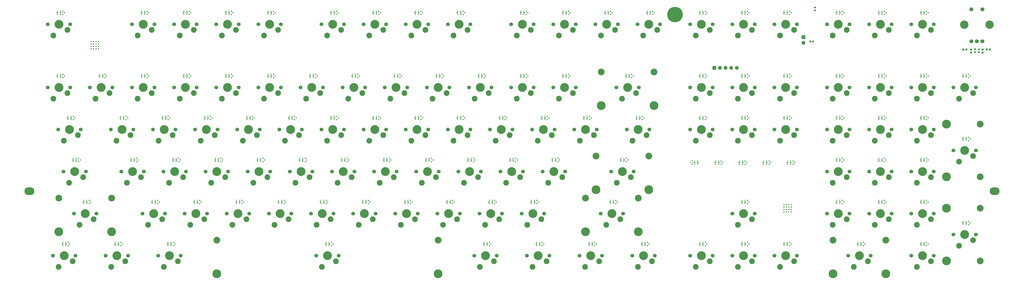
<source format=gbr>
%TF.GenerationSoftware,KiCad,Pcbnew,(5.1.8)-1*%
%TF.CreationDate,2021-04-07T21:25:26-04:00*%
%TF.ProjectId,694200101,36393432-3030-4313-9031-2e6b69636164,rev?*%
%TF.SameCoordinates,Original*%
%TF.FileFunction,Soldermask,Top*%
%TF.FilePolarity,Negative*%
%FSLAX46Y46*%
G04 Gerber Fmt 4.6, Leading zero omitted, Abs format (unit mm)*
G04 Created by KiCad (PCBNEW (5.1.8)-1) date 2021-04-07 21:25:26*
%MOMM*%
%LPD*%
G01*
G04 APERTURE LIST*
%ADD10C,0.550000*%
%ADD11C,3.786000*%
%ADD12C,1.800000*%
%ADD13C,0.558800*%
%ADD14R,0.700000X0.500000*%
%ADD15R,0.550000X0.400000*%
%ADD16C,2.600000*%
%ADD17C,4.000000*%
%ADD18C,1.700000*%
%ADD19O,1.700000X1.700000*%
%ADD20R,1.700000X1.700000*%
%ADD21C,3.987800*%
%ADD22C,3.048000*%
%ADD23C,7.000000*%
%ADD24C,3.900000*%
%ADD25O,4.500000X3.500000*%
%ADD26R,0.812132X0.708142*%
%ADD27R,0.758142X0.812132*%
%ADD28R,0.862132X0.690831*%
%ADD29R,0.930000X0.970000*%
%ADD30R,0.970000X0.930000*%
G04 APERTURE END LIST*
D10*
%TO.C,U6*%
X342351999Y-91212400D03*
X343451999Y-91212400D03*
X344551999Y-91212400D03*
X345651999Y-91212400D03*
X342351999Y-92312400D03*
X343451999Y-92312400D03*
X344551999Y-92312400D03*
X345651999Y-92312400D03*
X342351999Y-93412400D03*
X343451999Y-93412400D03*
X344551999Y-93412400D03*
X345651999Y-93412400D03*
X342351999Y-94512400D03*
X343451999Y-94512400D03*
X344551999Y-94512400D03*
X345651999Y-94512400D03*
%TD*%
%TO.C,U5*%
X32384000Y-17273000D03*
X32384000Y-18373000D03*
X32384000Y-19473000D03*
X32384000Y-20573000D03*
X31284000Y-17273000D03*
X31284000Y-18373000D03*
X31284000Y-19473000D03*
X31284000Y-20573000D03*
X30184000Y-17273000D03*
X30184000Y-18373000D03*
X30184000Y-19473000D03*
X30184000Y-20573000D03*
X29084000Y-17273000D03*
X29084000Y-18373000D03*
X29084000Y-19473000D03*
X29084000Y-20573000D03*
%TD*%
D11*
%TO.C,ENC1*%
X435305600Y-9724600D03*
X423905600Y-9724600D03*
D12*
X429605600Y-17224600D03*
X432105600Y-17224600D03*
X427105600Y-17224600D03*
X432105600Y-2724600D03*
X427105600Y-2724600D03*
%TD*%
D13*
%TO.C,D124*%
X68712500Y-71712000D03*
X69412500Y-70950000D03*
X68712500Y-70250000D03*
D14*
X66162500Y-70950000D03*
X67662500Y-70950000D03*
D15*
X66237500Y-71675000D03*
X67587500Y-71675000D03*
X66237500Y-70225000D03*
X67587500Y-70225000D03*
%TD*%
D13*
%TO.C,D220*%
X313964550Y-72962000D03*
X314664550Y-72200000D03*
X313964550Y-71500000D03*
D14*
X311414550Y-72200000D03*
X312914550Y-72200000D03*
D15*
X311489550Y-72925000D03*
X312839550Y-72925000D03*
X311489550Y-71475000D03*
X312839550Y-71475000D03*
%TD*%
D13*
%TO.C,D219*%
X406850000Y-5037000D03*
X407550000Y-4275000D03*
X406850000Y-3575000D03*
D14*
X404300000Y-4275000D03*
X405800000Y-4275000D03*
D15*
X404375000Y-5000000D03*
X405725000Y-5000000D03*
X404375000Y-3550000D03*
X405725000Y-3550000D03*
%TD*%
D13*
%TO.C,D218*%
X344937500Y-109812000D03*
X345637500Y-109050000D03*
X344937500Y-108350000D03*
D14*
X342387500Y-109050000D03*
X343887500Y-109050000D03*
D15*
X342462500Y-109775000D03*
X343812500Y-109775000D03*
X342462500Y-108325000D03*
X343812500Y-108325000D03*
%TD*%
D13*
%TO.C,D217*%
X300900000Y-71438000D03*
X300200000Y-72200000D03*
X300900000Y-72900000D03*
D14*
X303450000Y-72200000D03*
X301950000Y-72200000D03*
D15*
X303375000Y-71475000D03*
X302025000Y-71475000D03*
X303375000Y-72925000D03*
X302025000Y-72925000D03*
%TD*%
D13*
%TO.C,D216*%
X324809699Y-72962000D03*
X325509699Y-72200000D03*
X324809699Y-71500000D03*
D14*
X322259699Y-72200000D03*
X323759699Y-72200000D03*
D15*
X322334699Y-72925000D03*
X323684699Y-72925000D03*
X322334699Y-71475000D03*
X323684699Y-71475000D03*
%TD*%
D13*
%TO.C,D215*%
X387800000Y-5037000D03*
X388500000Y-4275000D03*
X387800000Y-3575000D03*
D14*
X385250000Y-4275000D03*
X386750000Y-4275000D03*
D15*
X385325000Y-5000000D03*
X386675000Y-5000000D03*
X385325000Y-3550000D03*
X386675000Y-3550000D03*
%TD*%
D13*
%TO.C,D214*%
X325887500Y-109812000D03*
X326587500Y-109050000D03*
X325887500Y-108350000D03*
D14*
X323337500Y-109050000D03*
X324837500Y-109050000D03*
D15*
X323412500Y-109775000D03*
X324762500Y-109775000D03*
X323412500Y-108325000D03*
X324762500Y-108325000D03*
%TD*%
D13*
%TO.C,D213*%
X325887500Y-90762000D03*
X326587500Y-90000000D03*
X325887500Y-89300000D03*
D14*
X323337500Y-90000000D03*
X324837500Y-90000000D03*
D15*
X323412500Y-90725000D03*
X324762500Y-90725000D03*
X323412500Y-89275000D03*
X324762500Y-89275000D03*
%TD*%
D13*
%TO.C,D212*%
X335654848Y-72962000D03*
X336354848Y-72200000D03*
X335654848Y-71500000D03*
D14*
X333104848Y-72200000D03*
X334604848Y-72200000D03*
D15*
X333179848Y-72925000D03*
X334529848Y-72925000D03*
X333179848Y-71475000D03*
X334529848Y-71475000D03*
%TD*%
D13*
%TO.C,D211*%
X368750000Y-5037000D03*
X369450000Y-4275000D03*
X368750000Y-3575000D03*
D14*
X366200000Y-4275000D03*
X367700000Y-4275000D03*
D15*
X366275000Y-5000000D03*
X367625000Y-5000000D03*
X366275000Y-3550000D03*
X367625000Y-3550000D03*
%TD*%
D13*
%TO.C,D210*%
X306837500Y-109812000D03*
X307537500Y-109050000D03*
X306837500Y-108350000D03*
D14*
X304287500Y-109050000D03*
X305787500Y-109050000D03*
D15*
X304362500Y-109775000D03*
X305712500Y-109775000D03*
X304362500Y-108325000D03*
X305712500Y-108325000D03*
%TD*%
D13*
%TO.C,D209*%
X266356250Y-90762000D03*
X267056250Y-90000000D03*
X266356250Y-89300000D03*
D14*
X263806250Y-90000000D03*
X265306250Y-90000000D03*
D15*
X263881250Y-90725000D03*
X265231250Y-90725000D03*
X263881250Y-89275000D03*
X265231250Y-89275000D03*
%TD*%
D13*
%TO.C,D208*%
X346500000Y-72962000D03*
X347200000Y-72200000D03*
X346500000Y-71500000D03*
D14*
X343950000Y-72200000D03*
X345450000Y-72200000D03*
D15*
X344025000Y-72925000D03*
X345375000Y-72925000D03*
X344025000Y-71475000D03*
X345375000Y-71475000D03*
%TD*%
D13*
%TO.C,D207*%
X368750000Y-33612000D03*
X369450000Y-32850000D03*
X368750000Y-32150000D03*
D14*
X366200000Y-32850000D03*
X367700000Y-32850000D03*
D15*
X366275000Y-33575000D03*
X367625000Y-33575000D03*
X366275000Y-32125000D03*
X367625000Y-32125000D03*
%TD*%
D13*
%TO.C,D206*%
X280643750Y-109812000D03*
X281343750Y-109050000D03*
X280643750Y-108350000D03*
D14*
X278093750Y-109050000D03*
X279593750Y-109050000D03*
D15*
X278168750Y-109775000D03*
X279518750Y-109775000D03*
X278168750Y-108325000D03*
X279518750Y-108325000D03*
%TD*%
D13*
%TO.C,D205*%
X230637500Y-90762000D03*
X231337500Y-90000000D03*
X230637500Y-89300000D03*
D14*
X228087500Y-90000000D03*
X229587500Y-90000000D03*
D15*
X228162500Y-90725000D03*
X229512500Y-90725000D03*
X228162500Y-89275000D03*
X229512500Y-89275000D03*
%TD*%
D13*
%TO.C,D204*%
X425900000Y-33612000D03*
X426600000Y-32850000D03*
X425900000Y-32150000D03*
D14*
X423350000Y-32850000D03*
X424850000Y-32850000D03*
D15*
X423425000Y-33575000D03*
X424775000Y-33575000D03*
X423425000Y-32125000D03*
X424775000Y-32125000D03*
%TD*%
D13*
%TO.C,D203*%
X387800000Y-33612000D03*
X388500000Y-32850000D03*
X387800000Y-32150000D03*
D14*
X385250000Y-32850000D03*
X386750000Y-32850000D03*
D15*
X385325000Y-33575000D03*
X386675000Y-33575000D03*
X385325000Y-32125000D03*
X386675000Y-32125000D03*
%TD*%
D13*
%TO.C,D202*%
X256831250Y-109812000D03*
X257531250Y-109050000D03*
X256831250Y-108350000D03*
D14*
X254281250Y-109050000D03*
X255781250Y-109050000D03*
D15*
X254356250Y-109775000D03*
X255706250Y-109775000D03*
X254356250Y-108325000D03*
X255706250Y-108325000D03*
%TD*%
D13*
%TO.C,D201*%
X211587500Y-90762000D03*
X212287500Y-90000000D03*
X211587500Y-89300000D03*
D14*
X209037500Y-90000000D03*
X210537500Y-90000000D03*
D15*
X209112500Y-90725000D03*
X210462500Y-90725000D03*
X209112500Y-89275000D03*
X210462500Y-89275000D03*
%TD*%
D13*
%TO.C,D200*%
X378275000Y-109812000D03*
X378975000Y-109050000D03*
X378275000Y-108350000D03*
D14*
X375725000Y-109050000D03*
X377225000Y-109050000D03*
D15*
X375800000Y-109775000D03*
X377150000Y-109775000D03*
X375800000Y-108325000D03*
X377150000Y-108325000D03*
%TD*%
D13*
%TO.C,D199*%
X368750000Y-52662000D03*
X369450000Y-51900000D03*
X368750000Y-51200000D03*
D14*
X366200000Y-51900000D03*
X367700000Y-51900000D03*
D15*
X366275000Y-52625000D03*
X367625000Y-52625000D03*
X366275000Y-51175000D03*
X367625000Y-51175000D03*
%TD*%
D13*
%TO.C,D198*%
X233018750Y-109812000D03*
X233718750Y-109050000D03*
X233018750Y-108350000D03*
D14*
X230468750Y-109050000D03*
X231968750Y-109050000D03*
D15*
X230543750Y-109775000D03*
X231893750Y-109775000D03*
X230543750Y-108325000D03*
X231893750Y-108325000D03*
%TD*%
D13*
%TO.C,D197*%
X192537500Y-90762000D03*
X193237500Y-90000000D03*
X192537500Y-89300000D03*
D14*
X189987500Y-90000000D03*
X191487500Y-90000000D03*
D15*
X190062500Y-90725000D03*
X191412500Y-90725000D03*
X190062500Y-89275000D03*
X191412500Y-89275000D03*
%TD*%
D13*
%TO.C,D196*%
X425900000Y-62187000D03*
X426600000Y-61425000D03*
X425900000Y-60725000D03*
D14*
X423350000Y-61425000D03*
X424850000Y-61425000D03*
D15*
X423425000Y-62150000D03*
X424775000Y-62150000D03*
X423425000Y-60700000D03*
X424775000Y-60700000D03*
%TD*%
D13*
%TO.C,D195*%
X406850000Y-52662000D03*
X407550000Y-51900000D03*
X406850000Y-51200000D03*
D14*
X404300000Y-51900000D03*
X405800000Y-51900000D03*
D15*
X404375000Y-52625000D03*
X405725000Y-52625000D03*
X404375000Y-51175000D03*
X405725000Y-51175000D03*
%TD*%
D13*
%TO.C,D194*%
X209206250Y-109812000D03*
X209906250Y-109050000D03*
X209206250Y-108350000D03*
D14*
X206656250Y-109050000D03*
X208156250Y-109050000D03*
D15*
X206731250Y-109775000D03*
X208081250Y-109775000D03*
X206731250Y-108325000D03*
X208081250Y-108325000D03*
%TD*%
D13*
%TO.C,D193*%
X173487500Y-90762000D03*
X174187500Y-90000000D03*
X173487500Y-89300000D03*
D14*
X170937500Y-90000000D03*
X172437500Y-90000000D03*
D15*
X171012500Y-90725000D03*
X172362500Y-90725000D03*
X171012500Y-89275000D03*
X172362500Y-89275000D03*
%TD*%
D13*
%TO.C,D192*%
X425900000Y-100287000D03*
X426600000Y-99525000D03*
X425900000Y-98825000D03*
D14*
X423350000Y-99525000D03*
X424850000Y-99525000D03*
D15*
X423425000Y-100250000D03*
X424775000Y-100250000D03*
X423425000Y-98800000D03*
X424775000Y-98800000D03*
%TD*%
D13*
%TO.C,D191*%
X387800000Y-52662000D03*
X388500000Y-51900000D03*
X387800000Y-51200000D03*
D14*
X385250000Y-51900000D03*
X386750000Y-51900000D03*
D15*
X385325000Y-52625000D03*
X386675000Y-52625000D03*
X385325000Y-51175000D03*
X386675000Y-51175000D03*
%TD*%
D13*
%TO.C,D190*%
X137768750Y-109812000D03*
X138468750Y-109050000D03*
X137768750Y-108350000D03*
D14*
X135218750Y-109050000D03*
X136718750Y-109050000D03*
D15*
X135293750Y-109775000D03*
X136643750Y-109775000D03*
X135293750Y-108325000D03*
X136643750Y-108325000D03*
%TD*%
D13*
%TO.C,D189*%
X154437500Y-90762000D03*
X155137500Y-90000000D03*
X154437500Y-89300000D03*
D14*
X151887500Y-90000000D03*
X153387500Y-90000000D03*
D15*
X151962500Y-90725000D03*
X153312500Y-90725000D03*
X151962500Y-89275000D03*
X153312500Y-89275000D03*
%TD*%
D13*
%TO.C,D188*%
X406850000Y-109812000D03*
X407550000Y-109050000D03*
X406850000Y-108350000D03*
D14*
X404300000Y-109050000D03*
X405800000Y-109050000D03*
D15*
X404375000Y-109775000D03*
X405725000Y-109775000D03*
X404375000Y-108325000D03*
X405725000Y-108325000D03*
%TD*%
D13*
%TO.C,D187*%
X406850000Y-33612000D03*
X407550000Y-32850000D03*
X406850000Y-32150000D03*
D14*
X404300000Y-32850000D03*
X405800000Y-32850000D03*
D15*
X404375000Y-33575000D03*
X405725000Y-33575000D03*
X404375000Y-32125000D03*
X405725000Y-32125000D03*
%TD*%
D13*
%TO.C,D186*%
X116337500Y-90762000D03*
X117037500Y-90000000D03*
X116337500Y-89300000D03*
D14*
X113787500Y-90000000D03*
X115287500Y-90000000D03*
D15*
X113862500Y-90725000D03*
X115212500Y-90725000D03*
X113862500Y-89275000D03*
X115212500Y-89275000D03*
%TD*%
D13*
%TO.C,D185*%
X135387500Y-90762000D03*
X136087500Y-90000000D03*
X135387500Y-89300000D03*
D14*
X132837500Y-90000000D03*
X134337500Y-90000000D03*
D15*
X132912500Y-90725000D03*
X134262500Y-90725000D03*
X132912500Y-89275000D03*
X134262500Y-89275000D03*
%TD*%
D13*
%TO.C,D184*%
X406850000Y-90762000D03*
X407550000Y-90000000D03*
X406850000Y-89300000D03*
D14*
X404300000Y-90000000D03*
X405800000Y-90000000D03*
D15*
X404375000Y-90725000D03*
X405725000Y-90725000D03*
X404375000Y-89275000D03*
X405725000Y-89275000D03*
%TD*%
D13*
%TO.C,D183*%
X406850000Y-71712000D03*
X407550000Y-70950000D03*
X406850000Y-70250000D03*
D14*
X404300000Y-70950000D03*
X405800000Y-70950000D03*
D15*
X404375000Y-71675000D03*
X405725000Y-71675000D03*
X404375000Y-70225000D03*
X405725000Y-70225000D03*
%TD*%
D13*
%TO.C,D182*%
X66331250Y-109812000D03*
X67031250Y-109050000D03*
X66331250Y-108350000D03*
D14*
X63781250Y-109050000D03*
X65281250Y-109050000D03*
D15*
X63856250Y-109775000D03*
X65206250Y-109775000D03*
X63856250Y-108325000D03*
X65206250Y-108325000D03*
%TD*%
D13*
%TO.C,D181*%
X97287500Y-90762000D03*
X97987500Y-90000000D03*
X97287500Y-89300000D03*
D14*
X94737500Y-90000000D03*
X96237500Y-90000000D03*
D15*
X94812500Y-90725000D03*
X96162500Y-90725000D03*
X94812500Y-89275000D03*
X96162500Y-89275000D03*
%TD*%
D13*
%TO.C,D180*%
X387800000Y-90762000D03*
X388500000Y-90000000D03*
X387800000Y-89300000D03*
D14*
X385250000Y-90000000D03*
X386750000Y-90000000D03*
D15*
X385325000Y-90725000D03*
X386675000Y-90725000D03*
X385325000Y-89275000D03*
X386675000Y-89275000D03*
%TD*%
D13*
%TO.C,D179*%
X387800000Y-71712000D03*
X388500000Y-70950000D03*
X387800000Y-70250000D03*
D14*
X385250000Y-70950000D03*
X386750000Y-70950000D03*
D15*
X385325000Y-71675000D03*
X386675000Y-71675000D03*
X385325000Y-70225000D03*
X386675000Y-70225000D03*
%TD*%
D13*
%TO.C,D178*%
X42518750Y-109812000D03*
X43218750Y-109050000D03*
X42518750Y-108350000D03*
D14*
X39968750Y-109050000D03*
X41468750Y-109050000D03*
D15*
X40043750Y-109775000D03*
X41393750Y-109775000D03*
X40043750Y-108325000D03*
X41393750Y-108325000D03*
%TD*%
D13*
%TO.C,D177*%
X78237500Y-90762000D03*
X78937500Y-90000000D03*
X78237500Y-89300000D03*
D14*
X75687500Y-90000000D03*
X77187500Y-90000000D03*
D15*
X75762500Y-90725000D03*
X77112500Y-90725000D03*
X75762500Y-89275000D03*
X77112500Y-89275000D03*
%TD*%
D13*
%TO.C,D176*%
X368750000Y-90762000D03*
X369450000Y-90000000D03*
X368750000Y-89300000D03*
D14*
X366200000Y-90000000D03*
X367700000Y-90000000D03*
D15*
X366275000Y-90725000D03*
X367625000Y-90725000D03*
X366275000Y-89275000D03*
X367625000Y-89275000D03*
%TD*%
D13*
%TO.C,D175*%
X368750000Y-71712000D03*
X369450000Y-70950000D03*
X368750000Y-70250000D03*
D14*
X366200000Y-70950000D03*
X367700000Y-70950000D03*
D15*
X366275000Y-71675000D03*
X367625000Y-71675000D03*
X366275000Y-70225000D03*
X367625000Y-70225000D03*
%TD*%
D13*
%TO.C,D174*%
X18706250Y-109812000D03*
X19406250Y-109050000D03*
X18706250Y-108350000D03*
D14*
X16156250Y-109050000D03*
X17656250Y-109050000D03*
D15*
X16231250Y-109775000D03*
X17581250Y-109775000D03*
X16231250Y-108325000D03*
X17581250Y-108325000D03*
%TD*%
D13*
%TO.C,D173*%
X59187500Y-90762000D03*
X59887500Y-90000000D03*
X59187500Y-89300000D03*
D14*
X56637500Y-90000000D03*
X58137500Y-90000000D03*
D15*
X56712500Y-90725000D03*
X58062500Y-90725000D03*
X56712500Y-89275000D03*
X58062500Y-89275000D03*
%TD*%
D13*
%TO.C,D172*%
X344937500Y-33612000D03*
X345637500Y-32850000D03*
X344937500Y-32150000D03*
D14*
X342387500Y-32850000D03*
X343887500Y-32850000D03*
D15*
X342462500Y-33575000D03*
X343812500Y-33575000D03*
X342462500Y-32125000D03*
X343812500Y-32125000D03*
%TD*%
D13*
%TO.C,D171*%
X325887500Y-52662000D03*
X326587500Y-51900000D03*
X325887500Y-51200000D03*
D14*
X323337500Y-51900000D03*
X324837500Y-51900000D03*
D15*
X323412500Y-52625000D03*
X324762500Y-52625000D03*
X323412500Y-51175000D03*
X324762500Y-51175000D03*
%TD*%
D13*
%TO.C,D170*%
X325887500Y-33612000D03*
X326587500Y-32850000D03*
X325887500Y-32150000D03*
D14*
X323337500Y-32850000D03*
X324837500Y-32850000D03*
D15*
X323412500Y-33575000D03*
X324762500Y-33575000D03*
X323412500Y-32125000D03*
X324762500Y-32125000D03*
%TD*%
D13*
%TO.C,D169*%
X344937500Y-5037000D03*
X345637500Y-4275000D03*
X344937500Y-3575000D03*
D14*
X342387500Y-4275000D03*
X343887500Y-4275000D03*
D15*
X342462500Y-5000000D03*
X343812500Y-5000000D03*
X342462500Y-3550000D03*
X343812500Y-3550000D03*
%TD*%
D13*
%TO.C,D168*%
X344937500Y-52662000D03*
X345637500Y-51900000D03*
X344937500Y-51200000D03*
D14*
X342387500Y-51900000D03*
X343887500Y-51900000D03*
D15*
X342462500Y-52625000D03*
X343812500Y-52625000D03*
X342462500Y-51175000D03*
X343812500Y-51175000D03*
%TD*%
D13*
%TO.C,D167*%
X306837500Y-52662000D03*
X307537500Y-51900000D03*
X306837500Y-51200000D03*
D14*
X304287500Y-51900000D03*
X305787500Y-51900000D03*
D15*
X304362500Y-52625000D03*
X305712500Y-52625000D03*
X304362500Y-51175000D03*
X305712500Y-51175000D03*
%TD*%
D13*
%TO.C,D166*%
X306837500Y-33612000D03*
X307537500Y-32850000D03*
X306837500Y-32150000D03*
D14*
X304287500Y-32850000D03*
X305787500Y-32850000D03*
D15*
X304362500Y-33575000D03*
X305712500Y-33575000D03*
X304362500Y-32125000D03*
X305712500Y-32125000D03*
%TD*%
D13*
%TO.C,D165*%
X325887500Y-5037000D03*
X326587500Y-4275000D03*
X325887500Y-3575000D03*
D14*
X323337500Y-4275000D03*
X324837500Y-4275000D03*
D15*
X323412500Y-5000000D03*
X324762500Y-5000000D03*
X323412500Y-3550000D03*
X324762500Y-3550000D03*
%TD*%
D13*
%TO.C,D164*%
X271118750Y-71712000D03*
X271818750Y-70950000D03*
X271118750Y-70250000D03*
D14*
X268568750Y-70950000D03*
X270068750Y-70950000D03*
D15*
X268643750Y-71675000D03*
X269993750Y-71675000D03*
X268643750Y-70225000D03*
X269993750Y-70225000D03*
%TD*%
D13*
%TO.C,D163*%
X278262500Y-52662000D03*
X278962500Y-51900000D03*
X278262500Y-51200000D03*
D14*
X275712500Y-51900000D03*
X277212500Y-51900000D03*
D15*
X275787500Y-52625000D03*
X277137500Y-52625000D03*
X275787500Y-51175000D03*
X277137500Y-51175000D03*
%TD*%
D13*
%TO.C,D162*%
X273500000Y-33612000D03*
X274200000Y-32850000D03*
X273500000Y-32150000D03*
D14*
X270950000Y-32850000D03*
X272450000Y-32850000D03*
D15*
X271025000Y-33575000D03*
X272375000Y-33575000D03*
X271025000Y-32125000D03*
X272375000Y-32125000D03*
%TD*%
D13*
%TO.C,D161*%
X306837500Y-5037000D03*
X307537500Y-4275000D03*
X306837500Y-3575000D03*
D14*
X304287500Y-4275000D03*
X305787500Y-4275000D03*
D15*
X304362500Y-5000000D03*
X305712500Y-5000000D03*
X304362500Y-3550000D03*
X305712500Y-3550000D03*
%TD*%
D13*
%TO.C,D160*%
X240162500Y-71712000D03*
X240862500Y-70950000D03*
X240162500Y-70250000D03*
D14*
X237612500Y-70950000D03*
X239112500Y-70950000D03*
D15*
X237687500Y-71675000D03*
X239037500Y-71675000D03*
X237687500Y-70225000D03*
X239037500Y-70225000D03*
%TD*%
D13*
%TO.C,D159*%
X254450000Y-52662000D03*
X255150000Y-51900000D03*
X254450000Y-51200000D03*
D14*
X251900000Y-51900000D03*
X253400000Y-51900000D03*
D15*
X251975000Y-52625000D03*
X253325000Y-52625000D03*
X251975000Y-51175000D03*
X253325000Y-51175000D03*
%TD*%
D13*
%TO.C,D158*%
X244925000Y-33612000D03*
X245625000Y-32850000D03*
X244925000Y-32150000D03*
D14*
X242375000Y-32850000D03*
X243875000Y-32850000D03*
D15*
X242450000Y-33575000D03*
X243800000Y-33575000D03*
X242450000Y-32125000D03*
X243800000Y-32125000D03*
%TD*%
D13*
%TO.C,D157*%
X283025000Y-5037000D03*
X283725000Y-4275000D03*
X283025000Y-3575000D03*
D14*
X280475000Y-4275000D03*
X281975000Y-4275000D03*
D15*
X280550000Y-5000000D03*
X281900000Y-5000000D03*
X280550000Y-3550000D03*
X281900000Y-3550000D03*
%TD*%
D13*
%TO.C,D156*%
X221112500Y-71712000D03*
X221812500Y-70950000D03*
X221112500Y-70250000D03*
D14*
X218562500Y-70950000D03*
X220062500Y-70950000D03*
D15*
X218637500Y-71675000D03*
X219987500Y-71675000D03*
X218637500Y-70225000D03*
X219987500Y-70225000D03*
%TD*%
D13*
%TO.C,D155*%
X235400000Y-52662000D03*
X236100000Y-51900000D03*
X235400000Y-51200000D03*
D14*
X232850000Y-51900000D03*
X234350000Y-51900000D03*
D15*
X232925000Y-52625000D03*
X234275000Y-52625000D03*
X232925000Y-51175000D03*
X234275000Y-51175000D03*
%TD*%
D13*
%TO.C,D154*%
X225875000Y-33612000D03*
X226575000Y-32850000D03*
X225875000Y-32150000D03*
D14*
X223325000Y-32850000D03*
X224825000Y-32850000D03*
D15*
X223400000Y-33575000D03*
X224750000Y-33575000D03*
X223400000Y-32125000D03*
X224750000Y-32125000D03*
%TD*%
D13*
%TO.C,D153*%
X263975000Y-5037000D03*
X264675000Y-4275000D03*
X263975000Y-3575000D03*
D14*
X261425000Y-4275000D03*
X262925000Y-4275000D03*
D15*
X261500000Y-5000000D03*
X262850000Y-5000000D03*
X261500000Y-3550000D03*
X262850000Y-3550000D03*
%TD*%
D13*
%TO.C,D152*%
X202062500Y-71712000D03*
X202762500Y-70950000D03*
X202062500Y-70250000D03*
D14*
X199512500Y-70950000D03*
X201012500Y-70950000D03*
D15*
X199587500Y-71675000D03*
X200937500Y-71675000D03*
X199587500Y-70225000D03*
X200937500Y-70225000D03*
%TD*%
D13*
%TO.C,D151*%
X216350000Y-52662000D03*
X217050000Y-51900000D03*
X216350000Y-51200000D03*
D14*
X213800000Y-51900000D03*
X215300000Y-51900000D03*
D15*
X213875000Y-52625000D03*
X215225000Y-52625000D03*
X213875000Y-51175000D03*
X215225000Y-51175000D03*
%TD*%
D13*
%TO.C,D150*%
X206825000Y-33612000D03*
X207525000Y-32850000D03*
X206825000Y-32150000D03*
D14*
X204275000Y-32850000D03*
X205775000Y-32850000D03*
D15*
X204350000Y-33575000D03*
X205700000Y-33575000D03*
X204350000Y-32125000D03*
X205700000Y-32125000D03*
%TD*%
D13*
%TO.C,D149*%
X244925000Y-5037000D03*
X245625000Y-4275000D03*
X244925000Y-3575000D03*
D14*
X242375000Y-4275000D03*
X243875000Y-4275000D03*
D15*
X242450000Y-5000000D03*
X243800000Y-5000000D03*
X242450000Y-3550000D03*
X243800000Y-3550000D03*
%TD*%
D13*
%TO.C,D148*%
X183012500Y-71712000D03*
X183712500Y-70950000D03*
X183012500Y-70250000D03*
D14*
X180462500Y-70950000D03*
X181962500Y-70950000D03*
D15*
X180537500Y-71675000D03*
X181887500Y-71675000D03*
X180537500Y-70225000D03*
X181887500Y-70225000D03*
%TD*%
D13*
%TO.C,D147*%
X197300000Y-52662000D03*
X198000000Y-51900000D03*
X197300000Y-51200000D03*
D14*
X194750000Y-51900000D03*
X196250000Y-51900000D03*
D15*
X194825000Y-52625000D03*
X196175000Y-52625000D03*
X194825000Y-51175000D03*
X196175000Y-51175000D03*
%TD*%
D13*
%TO.C,D146*%
X187775000Y-33612000D03*
X188475000Y-32850000D03*
X187775000Y-32150000D03*
D14*
X185225000Y-32850000D03*
X186725000Y-32850000D03*
D15*
X185300000Y-33575000D03*
X186650000Y-33575000D03*
X185300000Y-32125000D03*
X186650000Y-32125000D03*
%TD*%
D13*
%TO.C,D145*%
X225875000Y-5037000D03*
X226575000Y-4275000D03*
X225875000Y-3575000D03*
D14*
X223325000Y-4275000D03*
X224825000Y-4275000D03*
D15*
X223400000Y-5000000D03*
X224750000Y-5000000D03*
X223400000Y-3550000D03*
X224750000Y-3550000D03*
%TD*%
D13*
%TO.C,D144*%
X163962500Y-71712000D03*
X164662500Y-70950000D03*
X163962500Y-70250000D03*
D14*
X161412500Y-70950000D03*
X162912500Y-70950000D03*
D15*
X161487500Y-71675000D03*
X162837500Y-71675000D03*
X161487500Y-70225000D03*
X162837500Y-70225000D03*
%TD*%
D13*
%TO.C,D143*%
X178250000Y-52662000D03*
X178950000Y-51900000D03*
X178250000Y-51200000D03*
D14*
X175700000Y-51900000D03*
X177200000Y-51900000D03*
D15*
X175775000Y-52625000D03*
X177125000Y-52625000D03*
X175775000Y-51175000D03*
X177125000Y-51175000D03*
%TD*%
D13*
%TO.C,D142*%
X168725000Y-33612000D03*
X169425000Y-32850000D03*
X168725000Y-32150000D03*
D14*
X166175000Y-32850000D03*
X167675000Y-32850000D03*
D15*
X166250000Y-33575000D03*
X167600000Y-33575000D03*
X166250000Y-32125000D03*
X167600000Y-32125000D03*
%TD*%
D13*
%TO.C,D141*%
X197300000Y-5037000D03*
X198000000Y-4275000D03*
X197300000Y-3575000D03*
D14*
X194750000Y-4275000D03*
X196250000Y-4275000D03*
D15*
X194825000Y-5000000D03*
X196175000Y-5000000D03*
X194825000Y-3550000D03*
X196175000Y-3550000D03*
%TD*%
D13*
%TO.C,D140*%
X144912500Y-71712000D03*
X145612500Y-70950000D03*
X144912500Y-70250000D03*
D14*
X142362500Y-70950000D03*
X143862500Y-70950000D03*
D15*
X142437500Y-71675000D03*
X143787500Y-71675000D03*
X142437500Y-70225000D03*
X143787500Y-70225000D03*
%TD*%
D13*
%TO.C,D139*%
X159200000Y-52662000D03*
X159900000Y-51900000D03*
X159200000Y-51200000D03*
D14*
X156650000Y-51900000D03*
X158150000Y-51900000D03*
D15*
X156725000Y-52625000D03*
X158075000Y-52625000D03*
X156725000Y-51175000D03*
X158075000Y-51175000D03*
%TD*%
D13*
%TO.C,D138*%
X149675000Y-33612000D03*
X150375000Y-32850000D03*
X149675000Y-32150000D03*
D14*
X147125000Y-32850000D03*
X148625000Y-32850000D03*
D15*
X147200000Y-33575000D03*
X148550000Y-33575000D03*
X147200000Y-32125000D03*
X148550000Y-32125000D03*
%TD*%
D13*
%TO.C,D137*%
X178250000Y-5037000D03*
X178950000Y-4275000D03*
X178250000Y-3575000D03*
D14*
X175700000Y-4275000D03*
X177200000Y-4275000D03*
D15*
X175775000Y-5000000D03*
X177125000Y-5000000D03*
X175775000Y-3550000D03*
X177125000Y-3550000D03*
%TD*%
D13*
%TO.C,D136*%
X125862500Y-71712000D03*
X126562500Y-70950000D03*
X125862500Y-70250000D03*
D14*
X123312500Y-70950000D03*
X124812500Y-70950000D03*
D15*
X123387500Y-71675000D03*
X124737500Y-71675000D03*
X123387500Y-70225000D03*
X124737500Y-70225000D03*
%TD*%
D13*
%TO.C,D135*%
X140150000Y-52662000D03*
X140850000Y-51900000D03*
X140150000Y-51200000D03*
D14*
X137600000Y-51900000D03*
X139100000Y-51900000D03*
D15*
X137675000Y-52625000D03*
X139025000Y-52625000D03*
X137675000Y-51175000D03*
X139025000Y-51175000D03*
%TD*%
D13*
%TO.C,D134*%
X130625000Y-33612000D03*
X131325000Y-32850000D03*
X130625000Y-32150000D03*
D14*
X128075000Y-32850000D03*
X129575000Y-32850000D03*
D15*
X128150000Y-33575000D03*
X129500000Y-33575000D03*
X128150000Y-32125000D03*
X129500000Y-32125000D03*
%TD*%
D13*
%TO.C,D133*%
X159200000Y-5037000D03*
X159900000Y-4275000D03*
X159200000Y-3575000D03*
D14*
X156650000Y-4275000D03*
X158150000Y-4275000D03*
D15*
X156725000Y-5000000D03*
X158075000Y-5000000D03*
X156725000Y-3550000D03*
X158075000Y-3550000D03*
%TD*%
D13*
%TO.C,D132*%
X106812500Y-71712000D03*
X107512500Y-70950000D03*
X106812500Y-70250000D03*
D14*
X104262500Y-70950000D03*
X105762500Y-70950000D03*
D15*
X104337500Y-71675000D03*
X105687500Y-71675000D03*
X104337500Y-70225000D03*
X105687500Y-70225000D03*
%TD*%
D13*
%TO.C,D131*%
X121100000Y-52662000D03*
X121800000Y-51900000D03*
X121100000Y-51200000D03*
D14*
X118550000Y-51900000D03*
X120050000Y-51900000D03*
D15*
X118625000Y-52625000D03*
X119975000Y-52625000D03*
X118625000Y-51175000D03*
X119975000Y-51175000D03*
%TD*%
D13*
%TO.C,D130*%
X111575000Y-33612000D03*
X112275000Y-32850000D03*
X111575000Y-32150000D03*
D14*
X109025000Y-32850000D03*
X110525000Y-32850000D03*
D15*
X109100000Y-33575000D03*
X110450000Y-33575000D03*
X109100000Y-32125000D03*
X110450000Y-32125000D03*
%TD*%
D13*
%TO.C,D129*%
X140150000Y-5037000D03*
X140850000Y-4275000D03*
X140150000Y-3575000D03*
D14*
X137600000Y-4275000D03*
X139100000Y-4275000D03*
D15*
X137675000Y-5000000D03*
X139025000Y-5000000D03*
X137675000Y-3550000D03*
X139025000Y-3550000D03*
%TD*%
D13*
%TO.C,D128*%
X87762500Y-71712000D03*
X88462500Y-70950000D03*
X87762500Y-70250000D03*
D14*
X85212500Y-70950000D03*
X86712500Y-70950000D03*
D15*
X85287500Y-71675000D03*
X86637500Y-71675000D03*
X85287500Y-70225000D03*
X86637500Y-70225000D03*
%TD*%
D13*
%TO.C,D127*%
X102050000Y-52662000D03*
X102750000Y-51900000D03*
X102050000Y-51200000D03*
D14*
X99500000Y-51900000D03*
X101000000Y-51900000D03*
D15*
X99575000Y-52625000D03*
X100925000Y-52625000D03*
X99575000Y-51175000D03*
X100925000Y-51175000D03*
%TD*%
D13*
%TO.C,D126*%
X92525000Y-33612000D03*
X93225000Y-32850000D03*
X92525000Y-32150000D03*
D14*
X89975000Y-32850000D03*
X91475000Y-32850000D03*
D15*
X90050000Y-33575000D03*
X91400000Y-33575000D03*
X90050000Y-32125000D03*
X91400000Y-32125000D03*
%TD*%
D13*
%TO.C,D125*%
X111575000Y-5037000D03*
X112275000Y-4275000D03*
X111575000Y-3575000D03*
D14*
X109025000Y-4275000D03*
X110525000Y-4275000D03*
D15*
X109100000Y-5000000D03*
X110450000Y-5000000D03*
X109100000Y-3550000D03*
X110450000Y-3550000D03*
%TD*%
D13*
%TO.C,D123*%
X83000000Y-52662000D03*
X83700000Y-51900000D03*
X83000000Y-51200000D03*
D14*
X80450000Y-51900000D03*
X81950000Y-51900000D03*
D15*
X80525000Y-52625000D03*
X81875000Y-52625000D03*
X80525000Y-51175000D03*
X81875000Y-51175000D03*
%TD*%
D13*
%TO.C,D122*%
X73475000Y-33612000D03*
X74175000Y-32850000D03*
X73475000Y-32150000D03*
D14*
X70925000Y-32850000D03*
X72425000Y-32850000D03*
D15*
X71000000Y-33575000D03*
X72350000Y-33575000D03*
X71000000Y-32125000D03*
X72350000Y-32125000D03*
%TD*%
D13*
%TO.C,D121*%
X92525000Y-5037000D03*
X93225000Y-4275000D03*
X92525000Y-3575000D03*
D14*
X89975000Y-4275000D03*
X91475000Y-4275000D03*
D15*
X90050000Y-5000000D03*
X91400000Y-5000000D03*
X90050000Y-3550000D03*
X91400000Y-3550000D03*
%TD*%
D13*
%TO.C,D120*%
X49662500Y-71712000D03*
X50362500Y-70950000D03*
X49662500Y-70250000D03*
D14*
X47112500Y-70950000D03*
X48612500Y-70950000D03*
D15*
X47187500Y-71675000D03*
X48537500Y-71675000D03*
X47187500Y-70225000D03*
X48537500Y-70225000D03*
%TD*%
D13*
%TO.C,D119*%
X63950000Y-52662000D03*
X64650000Y-51900000D03*
X63950000Y-51200000D03*
D14*
X61400000Y-51900000D03*
X62900000Y-51900000D03*
D15*
X61475000Y-52625000D03*
X62825000Y-52625000D03*
X61475000Y-51175000D03*
X62825000Y-51175000D03*
%TD*%
D13*
%TO.C,D118*%
X54425000Y-33612000D03*
X55125000Y-32850000D03*
X54425000Y-32150000D03*
D14*
X51875000Y-32850000D03*
X53375000Y-32850000D03*
D15*
X51950000Y-33575000D03*
X53300000Y-33575000D03*
X51950000Y-32125000D03*
X53300000Y-32125000D03*
%TD*%
D13*
%TO.C,D117*%
X73475000Y-5037000D03*
X74175000Y-4275000D03*
X73475000Y-3575000D03*
D14*
X70925000Y-4275000D03*
X72425000Y-4275000D03*
D15*
X71000000Y-5000000D03*
X72350000Y-5000000D03*
X71000000Y-3550000D03*
X72350000Y-3550000D03*
%TD*%
D13*
%TO.C,D116*%
X28231250Y-90762000D03*
X28931250Y-90000000D03*
X28231250Y-89300000D03*
D14*
X25681250Y-90000000D03*
X27181250Y-90000000D03*
D15*
X25756250Y-90725000D03*
X27106250Y-90725000D03*
X25756250Y-89275000D03*
X27106250Y-89275000D03*
%TD*%
D13*
%TO.C,D115*%
X44900000Y-52662000D03*
X45600000Y-51900000D03*
X44900000Y-51200000D03*
D14*
X42350000Y-51900000D03*
X43850000Y-51900000D03*
D15*
X42425000Y-52625000D03*
X43775000Y-52625000D03*
X42425000Y-51175000D03*
X43775000Y-51175000D03*
%TD*%
D13*
%TO.C,D114*%
X35375000Y-33612000D03*
X36075000Y-32850000D03*
X35375000Y-32150000D03*
D14*
X32825000Y-32850000D03*
X34325000Y-32850000D03*
D15*
X32900000Y-33575000D03*
X34250000Y-33575000D03*
X32900000Y-32125000D03*
X34250000Y-32125000D03*
%TD*%
D13*
%TO.C,D113*%
X54425000Y-5037000D03*
X55125000Y-4275000D03*
X54425000Y-3575000D03*
D14*
X51875000Y-4275000D03*
X53375000Y-4275000D03*
D15*
X51950000Y-5000000D03*
X53300000Y-5000000D03*
X51950000Y-3550000D03*
X53300000Y-3550000D03*
%TD*%
D13*
%TO.C,D112*%
X23468750Y-71712000D03*
X24168750Y-70950000D03*
X23468750Y-70250000D03*
D14*
X20918750Y-70950000D03*
X22418750Y-70950000D03*
D15*
X20993750Y-71675000D03*
X22343750Y-71675000D03*
X20993750Y-70225000D03*
X22343750Y-70225000D03*
%TD*%
D13*
%TO.C,D111*%
X21087500Y-52662000D03*
X21787500Y-51900000D03*
X21087500Y-51200000D03*
D14*
X18537500Y-51900000D03*
X20037500Y-51900000D03*
D15*
X18612500Y-52625000D03*
X19962500Y-52625000D03*
X18612500Y-51175000D03*
X19962500Y-51175000D03*
%TD*%
D13*
%TO.C,D110*%
X16325000Y-33612000D03*
X17025000Y-32850000D03*
X16325000Y-32150000D03*
D14*
X13775000Y-32850000D03*
X15275000Y-32850000D03*
D15*
X13850000Y-33575000D03*
X15200000Y-33575000D03*
X13850000Y-32125000D03*
X15200000Y-32125000D03*
%TD*%
D13*
%TO.C,D109*%
X16325000Y-5037000D03*
X17025000Y-4275000D03*
X16325000Y-3575000D03*
D14*
X13775000Y-4275000D03*
X15275000Y-4275000D03*
D15*
X13850000Y-5000000D03*
X15200000Y-5000000D03*
X13850000Y-3550000D03*
X15200000Y-3550000D03*
%TD*%
D16*
%TO.C,SW77*%
X308847500Y-59690000D03*
X302497500Y-62230000D03*
D17*
X305037500Y-57150000D03*
D18*
X310117500Y-57150000D03*
X299957500Y-57150000D03*
%TD*%
D19*
%TO.C,J2*%
X321056000Y-29210000D03*
X318516000Y-29210000D03*
X315976000Y-29210000D03*
X313436000Y-29210000D03*
D20*
X310896000Y-29210000D03*
%TD*%
D16*
%TO.C,SW95*%
X389810000Y-40640000D03*
X383460000Y-43180000D03*
D17*
X386000000Y-38100000D03*
D18*
X391080000Y-38100000D03*
X380920000Y-38100000D03*
%TD*%
D16*
%TO.C,SW85*%
X346947500Y-40640000D03*
X340597500Y-43180000D03*
D17*
X343137500Y-38100000D03*
D18*
X348217500Y-38100000D03*
X338057500Y-38100000D03*
%TD*%
D16*
%TO.C,SW82*%
X327897500Y-97790000D03*
X321547500Y-100330000D03*
D17*
X324087500Y-95250000D03*
D18*
X329167500Y-95250000D03*
X319007500Y-95250000D03*
%TD*%
D21*
%TO.C,SP2*%
X186006750Y-122555000D03*
X85930750Y-122555000D03*
D22*
X186006750Y-107315000D03*
X85930750Y-107315000D03*
%TD*%
D16*
%TO.C,SW92*%
X370760000Y-97790000D03*
X364410000Y-100330000D03*
D17*
X366950000Y-95250000D03*
D18*
X372030000Y-95250000D03*
X361870000Y-95250000D03*
%TD*%
D16*
%TO.C,SW9*%
X56435000Y-12065000D03*
X50085000Y-14605000D03*
D17*
X52625000Y-9525000D03*
D18*
X57705000Y-9525000D03*
X47545000Y-9525000D03*
%TD*%
D23*
%TO.C,H3*%
X293116000Y-5080000D03*
D24*
X293116000Y-5080000D03*
%TD*%
D16*
%TO.C,SW44*%
X175497500Y-97790000D03*
X169147500Y-100330000D03*
D17*
X171687500Y-95250000D03*
D18*
X176767500Y-95250000D03*
X166607500Y-95250000D03*
%TD*%
D16*
%TO.C,SW43*%
X165972500Y-78740000D03*
X159622500Y-81280000D03*
D17*
X162162500Y-76200000D03*
D18*
X167242500Y-76200000D03*
X157082500Y-76200000D03*
%TD*%
D16*
%TO.C,SW42*%
X161210000Y-59690000D03*
X154860000Y-62230000D03*
D17*
X157400000Y-57150000D03*
D18*
X162480000Y-57150000D03*
X152320000Y-57150000D03*
%TD*%
D16*
%TO.C,SW41*%
X170735000Y-40640000D03*
X164385000Y-43180000D03*
D17*
X166925000Y-38100000D03*
D18*
X172005000Y-38100000D03*
X161845000Y-38100000D03*
%TD*%
D16*
%TO.C,SW40*%
X161210000Y-12065000D03*
X154860000Y-14605000D03*
D17*
X157400000Y-9525000D03*
D18*
X162480000Y-9525000D03*
X152320000Y-9525000D03*
%TD*%
D16*
%TO.C,SW107*%
X427910000Y-107315000D03*
X421560000Y-109855000D03*
D17*
X424100000Y-104775000D03*
D18*
X429180000Y-104775000D03*
X419020000Y-104775000D03*
%TD*%
D16*
%TO.C,SW106*%
X427910000Y-69215000D03*
X421560000Y-71755000D03*
D17*
X424100000Y-66675000D03*
D18*
X429180000Y-66675000D03*
X419020000Y-66675000D03*
%TD*%
D16*
%TO.C,SW105*%
X427910000Y-40640000D03*
X421560000Y-43180000D03*
D17*
X424100000Y-38100000D03*
D18*
X429180000Y-38100000D03*
X419020000Y-38100000D03*
%TD*%
D16*
%TO.C,SW104*%
X408860000Y-116840000D03*
X402510000Y-119380000D03*
D17*
X405050000Y-114300000D03*
D18*
X410130000Y-114300000D03*
X399970000Y-114300000D03*
%TD*%
D16*
%TO.C,SW103*%
X408860000Y-97790000D03*
X402510000Y-100330000D03*
D17*
X405050000Y-95250000D03*
D18*
X410130000Y-95250000D03*
X399970000Y-95250000D03*
%TD*%
D16*
%TO.C,SW102*%
X408860000Y-78740000D03*
X402510000Y-81280000D03*
D17*
X405050000Y-76200000D03*
D18*
X410130000Y-76200000D03*
X399970000Y-76200000D03*
%TD*%
D16*
%TO.C,SW101*%
X408860000Y-59690000D03*
X402510000Y-62230000D03*
D17*
X405050000Y-57150000D03*
D18*
X410130000Y-57150000D03*
X399970000Y-57150000D03*
%TD*%
D16*
%TO.C,SW100*%
X408860000Y-40640000D03*
X402510000Y-43180000D03*
D17*
X405050000Y-38100000D03*
D18*
X410130000Y-38100000D03*
X399970000Y-38100000D03*
%TD*%
D16*
%TO.C,SW99*%
X408860000Y-12065000D03*
X402510000Y-14605000D03*
D17*
X405050000Y-9525000D03*
D18*
X410130000Y-9525000D03*
X399970000Y-9525000D03*
%TD*%
D16*
%TO.C,SW98*%
X389810000Y-97790000D03*
X383460000Y-100330000D03*
D17*
X386000000Y-95250000D03*
D18*
X391080000Y-95250000D03*
X380920000Y-95250000D03*
%TD*%
D16*
%TO.C,SW97*%
X389810000Y-78740000D03*
X383460000Y-81280000D03*
D17*
X386000000Y-76200000D03*
D18*
X391080000Y-76200000D03*
X380920000Y-76200000D03*
%TD*%
D16*
%TO.C,SW96*%
X389810000Y-59690000D03*
X383460000Y-62230000D03*
D17*
X386000000Y-57150000D03*
D18*
X391080000Y-57150000D03*
X380920000Y-57150000D03*
%TD*%
D16*
%TO.C,SW94*%
X389810000Y-12065000D03*
X383460000Y-14605000D03*
D17*
X386000000Y-9525000D03*
D18*
X391080000Y-9525000D03*
X380920000Y-9525000D03*
%TD*%
D16*
%TO.C,SW93*%
X380285000Y-116840000D03*
X373935000Y-119380000D03*
D17*
X376475000Y-114300000D03*
D18*
X381555000Y-114300000D03*
X371395000Y-114300000D03*
%TD*%
D16*
%TO.C,SW91*%
X370760000Y-78740000D03*
X364410000Y-81280000D03*
D17*
X366950000Y-76200000D03*
D18*
X372030000Y-76200000D03*
X361870000Y-76200000D03*
%TD*%
D16*
%TO.C,SW90*%
X370760000Y-59690000D03*
X364410000Y-62230000D03*
D17*
X366950000Y-57150000D03*
D18*
X372030000Y-57150000D03*
X361870000Y-57150000D03*
%TD*%
D16*
%TO.C,SW89*%
X370760000Y-40640000D03*
X364410000Y-43180000D03*
D17*
X366950000Y-38100000D03*
D18*
X372030000Y-38100000D03*
X361870000Y-38100000D03*
%TD*%
D16*
%TO.C,SW88*%
X370760000Y-12065000D03*
X364410000Y-14605000D03*
D17*
X366950000Y-9525000D03*
D18*
X372030000Y-9525000D03*
X361870000Y-9525000D03*
%TD*%
D16*
%TO.C,SW87*%
X346947500Y-116840000D03*
X340597500Y-119380000D03*
D17*
X343137500Y-114300000D03*
D18*
X348217500Y-114300000D03*
X338057500Y-114300000D03*
%TD*%
D16*
%TO.C,SW86*%
X346947500Y-59690000D03*
X340597500Y-62230000D03*
D17*
X343137500Y-57150000D03*
D18*
X348217500Y-57150000D03*
X338057500Y-57150000D03*
%TD*%
D16*
%TO.C,SW84*%
X346947500Y-12065000D03*
X340597500Y-14605000D03*
D17*
X343137500Y-9525000D03*
D18*
X348217500Y-9525000D03*
X338057500Y-9525000D03*
%TD*%
D16*
%TO.C,SW83*%
X327897500Y-116840000D03*
X321547500Y-119380000D03*
D17*
X324087500Y-114300000D03*
D18*
X329167500Y-114300000D03*
X319007500Y-114300000D03*
%TD*%
D16*
%TO.C,SW81*%
X327897500Y-59690000D03*
X321547500Y-62230000D03*
D17*
X324087500Y-57150000D03*
D18*
X329167500Y-57150000D03*
X319007500Y-57150000D03*
%TD*%
D16*
%TO.C,SW80*%
X327897500Y-40640000D03*
X321547500Y-43180000D03*
D17*
X324087500Y-38100000D03*
D18*
X329167500Y-38100000D03*
X319007500Y-38100000D03*
%TD*%
D16*
%TO.C,SW79*%
X327897500Y-12065000D03*
X321547500Y-14605000D03*
D17*
X324087500Y-9525000D03*
D18*
X329167500Y-9525000D03*
X319007500Y-9525000D03*
%TD*%
D16*
%TO.C,SW78*%
X308847500Y-116840000D03*
X302497500Y-119380000D03*
D17*
X305037500Y-114300000D03*
D18*
X310117500Y-114300000D03*
X299957500Y-114300000D03*
%TD*%
D16*
%TO.C,SW76*%
X308847500Y-40640000D03*
X302497500Y-43180000D03*
D17*
X305037500Y-38100000D03*
D18*
X310117500Y-38100000D03*
X299957500Y-38100000D03*
%TD*%
D16*
%TO.C,SW75*%
X308847500Y-12065000D03*
X302497500Y-14605000D03*
D17*
X305037500Y-9525000D03*
D18*
X310117500Y-9525000D03*
X299957500Y-9525000D03*
%TD*%
D16*
%TO.C,SW74*%
X282653750Y-116840000D03*
X276303750Y-119380000D03*
D17*
X278843750Y-114300000D03*
D18*
X283923750Y-114300000D03*
X273763750Y-114300000D03*
%TD*%
D16*
%TO.C,SW73*%
X280272500Y-59690000D03*
X273922500Y-62230000D03*
D17*
X276462500Y-57150000D03*
D18*
X281542500Y-57150000D03*
X271382500Y-57150000D03*
%TD*%
D16*
%TO.C,SW72*%
X275510000Y-40640000D03*
X269160000Y-43180000D03*
D17*
X271700000Y-38100000D03*
D18*
X276780000Y-38100000D03*
X266620000Y-38100000D03*
%TD*%
D16*
%TO.C,SW71*%
X285035000Y-12065000D03*
X278685000Y-14605000D03*
D17*
X281225000Y-9525000D03*
D18*
X286305000Y-9525000D03*
X276145000Y-9525000D03*
%TD*%
D16*
%TO.C,SW70*%
X258841250Y-116840000D03*
X252491250Y-119380000D03*
D17*
X255031250Y-114300000D03*
D18*
X260111250Y-114300000D03*
X249951250Y-114300000D03*
%TD*%
D16*
%TO.C,SW69*%
X268366250Y-97790000D03*
X262016250Y-100330000D03*
D17*
X264556250Y-95250000D03*
D18*
X269636250Y-95250000D03*
X259476250Y-95250000D03*
%TD*%
D16*
%TO.C,SW68*%
X273128750Y-78740000D03*
X266778750Y-81280000D03*
D17*
X269318750Y-76200000D03*
D18*
X274398750Y-76200000D03*
X264238750Y-76200000D03*
%TD*%
D16*
%TO.C,SW67*%
X256460000Y-59690000D03*
X250110000Y-62230000D03*
D17*
X252650000Y-57150000D03*
D18*
X257730000Y-57150000D03*
X247570000Y-57150000D03*
%TD*%
D16*
%TO.C,SW66*%
X265985000Y-12065000D03*
X259635000Y-14605000D03*
D17*
X262175000Y-9525000D03*
D18*
X267255000Y-9525000D03*
X257095000Y-9525000D03*
%TD*%
D16*
%TO.C,SW65*%
X242172500Y-78740000D03*
X235822500Y-81280000D03*
D17*
X238362500Y-76200000D03*
D18*
X243442500Y-76200000D03*
X233282500Y-76200000D03*
%TD*%
D16*
%TO.C,SW64*%
X237410000Y-59690000D03*
X231060000Y-62230000D03*
D17*
X233600000Y-57150000D03*
D18*
X238680000Y-57150000D03*
X228520000Y-57150000D03*
%TD*%
D16*
%TO.C,SW63*%
X246935000Y-40640000D03*
X240585000Y-43180000D03*
D17*
X243125000Y-38100000D03*
D18*
X248205000Y-38100000D03*
X238045000Y-38100000D03*
%TD*%
D16*
%TO.C,SW62*%
X246935000Y-12065000D03*
X240585000Y-14605000D03*
D17*
X243125000Y-9525000D03*
D18*
X248205000Y-9525000D03*
X238045000Y-9525000D03*
%TD*%
D16*
%TO.C,SW61*%
X235028750Y-116840000D03*
X228678750Y-119380000D03*
D17*
X231218750Y-114300000D03*
D18*
X236298750Y-114300000D03*
X226138750Y-114300000D03*
%TD*%
D16*
%TO.C,SW60*%
X232647500Y-97790000D03*
X226297500Y-100330000D03*
D17*
X228837500Y-95250000D03*
D18*
X233917500Y-95250000D03*
X223757500Y-95250000D03*
%TD*%
D16*
%TO.C,SW59*%
X223122500Y-78740000D03*
X216772500Y-81280000D03*
D17*
X219312500Y-76200000D03*
D18*
X224392500Y-76200000D03*
X214232500Y-76200000D03*
%TD*%
D16*
%TO.C,SW58*%
X218360000Y-59690000D03*
X212010000Y-62230000D03*
D17*
X214550000Y-57150000D03*
D18*
X219630000Y-57150000D03*
X209470000Y-57150000D03*
%TD*%
D16*
%TO.C,SW57*%
X227885000Y-40640000D03*
X221535000Y-43180000D03*
D17*
X224075000Y-38100000D03*
D18*
X229155000Y-38100000D03*
X218995000Y-38100000D03*
%TD*%
D16*
%TO.C,SW56*%
X227885000Y-12065000D03*
X221535000Y-14605000D03*
D17*
X224075000Y-9525000D03*
D18*
X229155000Y-9525000D03*
X218995000Y-9525000D03*
%TD*%
D16*
%TO.C,SW55*%
X211216250Y-116840000D03*
X204866250Y-119380000D03*
D17*
X207406250Y-114300000D03*
D18*
X212486250Y-114300000D03*
X202326250Y-114300000D03*
%TD*%
D16*
%TO.C,SW54*%
X213597500Y-97790000D03*
X207247500Y-100330000D03*
D17*
X209787500Y-95250000D03*
D18*
X214867500Y-95250000D03*
X204707500Y-95250000D03*
%TD*%
D16*
%TO.C,SW53*%
X204072500Y-78740000D03*
X197722500Y-81280000D03*
D17*
X200262500Y-76200000D03*
D18*
X205342500Y-76200000D03*
X195182500Y-76200000D03*
%TD*%
D16*
%TO.C,SW52*%
X199310000Y-59690000D03*
X192960000Y-62230000D03*
D17*
X195500000Y-57150000D03*
D18*
X200580000Y-57150000D03*
X190420000Y-57150000D03*
%TD*%
D16*
%TO.C,SW51*%
X208835000Y-40640000D03*
X202485000Y-43180000D03*
D17*
X205025000Y-38100000D03*
D18*
X210105000Y-38100000D03*
X199945000Y-38100000D03*
%TD*%
D16*
%TO.C,SW50*%
X199310000Y-12065000D03*
X192960000Y-14605000D03*
D17*
X195500000Y-9525000D03*
D18*
X200580000Y-9525000D03*
X190420000Y-9525000D03*
%TD*%
D16*
%TO.C,SW49*%
X194547500Y-97790000D03*
X188197500Y-100330000D03*
D17*
X190737500Y-95250000D03*
D18*
X195817500Y-95250000D03*
X185657500Y-95250000D03*
%TD*%
D16*
%TO.C,SW48*%
X185022500Y-78740000D03*
X178672500Y-81280000D03*
D17*
X181212500Y-76200000D03*
D18*
X186292500Y-76200000D03*
X176132500Y-76200000D03*
%TD*%
D16*
%TO.C,SW47*%
X180260000Y-59690000D03*
X173910000Y-62230000D03*
D17*
X176450000Y-57150000D03*
D18*
X181530000Y-57150000D03*
X171370000Y-57150000D03*
%TD*%
D16*
%TO.C,SW46*%
X189785000Y-40640000D03*
X183435000Y-43180000D03*
D17*
X185975000Y-38100000D03*
D18*
X191055000Y-38100000D03*
X180895000Y-38100000D03*
%TD*%
D16*
%TO.C,SW45*%
X180260000Y-12065000D03*
X173910000Y-14605000D03*
D17*
X176450000Y-9525000D03*
D18*
X181530000Y-9525000D03*
X171370000Y-9525000D03*
%TD*%
D16*
%TO.C,SW39*%
X156447500Y-97790000D03*
X150097500Y-100330000D03*
D17*
X152637500Y-95250000D03*
D18*
X157717500Y-95250000D03*
X147557500Y-95250000D03*
%TD*%
D16*
%TO.C,SW38*%
X146922500Y-78740000D03*
X140572500Y-81280000D03*
D17*
X143112500Y-76200000D03*
D18*
X148192500Y-76200000D03*
X138032500Y-76200000D03*
%TD*%
D16*
%TO.C,SW37*%
X142160000Y-59690000D03*
X135810000Y-62230000D03*
D17*
X138350000Y-57150000D03*
D18*
X143430000Y-57150000D03*
X133270000Y-57150000D03*
%TD*%
D16*
%TO.C,SW36*%
X151685000Y-40640000D03*
X145335000Y-43180000D03*
D17*
X147875000Y-38100000D03*
D18*
X152955000Y-38100000D03*
X142795000Y-38100000D03*
%TD*%
D16*
%TO.C,SW35*%
X142160000Y-12065000D03*
X135810000Y-14605000D03*
D17*
X138350000Y-9525000D03*
D18*
X143430000Y-9525000D03*
X133270000Y-9525000D03*
%TD*%
D16*
%TO.C,SW34*%
X139778750Y-116840000D03*
X133428750Y-119380000D03*
D17*
X135968750Y-114300000D03*
D18*
X141048750Y-114300000D03*
X130888750Y-114300000D03*
%TD*%
D16*
%TO.C,SW33*%
X137397500Y-97790000D03*
X131047500Y-100330000D03*
D17*
X133587500Y-95250000D03*
D18*
X138667500Y-95250000D03*
X128507500Y-95250000D03*
%TD*%
D16*
%TO.C,SW32*%
X127872500Y-78740000D03*
X121522500Y-81280000D03*
D17*
X124062500Y-76200000D03*
D18*
X129142500Y-76200000D03*
X118982500Y-76200000D03*
%TD*%
D16*
%TO.C,SW31*%
X123110000Y-59690000D03*
X116760000Y-62230000D03*
D17*
X119300000Y-57150000D03*
D18*
X124380000Y-57150000D03*
X114220000Y-57150000D03*
%TD*%
D16*
%TO.C,SW30*%
X132635000Y-40640000D03*
X126285000Y-43180000D03*
D17*
X128825000Y-38100000D03*
D18*
X133905000Y-38100000D03*
X123745000Y-38100000D03*
%TD*%
D16*
%TO.C,SW29*%
X118347500Y-97790000D03*
X111997500Y-100330000D03*
D17*
X114537500Y-95250000D03*
D18*
X119617500Y-95250000D03*
X109457500Y-95250000D03*
%TD*%
D16*
%TO.C,SW28*%
X108822500Y-78740000D03*
X102472500Y-81280000D03*
D17*
X105012500Y-76200000D03*
D18*
X110092500Y-76200000D03*
X99932500Y-76200000D03*
%TD*%
D16*
%TO.C,SW27*%
X104060000Y-59690000D03*
X97710000Y-62230000D03*
D17*
X100250000Y-57150000D03*
D18*
X105330000Y-57150000D03*
X95170000Y-57150000D03*
%TD*%
D16*
%TO.C,SW26*%
X113585000Y-40640000D03*
X107235000Y-43180000D03*
D17*
X109775000Y-38100000D03*
D18*
X114855000Y-38100000D03*
X104695000Y-38100000D03*
%TD*%
D16*
%TO.C,SW25*%
X113585000Y-12065000D03*
X107235000Y-14605000D03*
D17*
X109775000Y-9525000D03*
D18*
X114855000Y-9525000D03*
X104695000Y-9525000D03*
%TD*%
D16*
%TO.C,SW24*%
X99297500Y-97790000D03*
X92947500Y-100330000D03*
D17*
X95487500Y-95250000D03*
D18*
X100567500Y-95250000D03*
X90407500Y-95250000D03*
%TD*%
D16*
%TO.C,SW23*%
X89772500Y-78740000D03*
X83422500Y-81280000D03*
D17*
X85962500Y-76200000D03*
D18*
X91042500Y-76200000D03*
X80882500Y-76200000D03*
%TD*%
D16*
%TO.C,SW22*%
X85010000Y-59690000D03*
X78660000Y-62230000D03*
D17*
X81200000Y-57150000D03*
D18*
X86280000Y-57150000D03*
X76120000Y-57150000D03*
%TD*%
D16*
%TO.C,SW21*%
X94535000Y-40640000D03*
X88185000Y-43180000D03*
D17*
X90725000Y-38100000D03*
D18*
X95805000Y-38100000D03*
X85645000Y-38100000D03*
%TD*%
D16*
%TO.C,SW20*%
X94535000Y-12065000D03*
X88185000Y-14605000D03*
D17*
X90725000Y-9525000D03*
D18*
X95805000Y-9525000D03*
X85645000Y-9525000D03*
%TD*%
D16*
%TO.C,SW19*%
X68341250Y-116840000D03*
X61991250Y-119380000D03*
D17*
X64531250Y-114300000D03*
D18*
X69611250Y-114300000D03*
X59451250Y-114300000D03*
%TD*%
D16*
%TO.C,SW18*%
X80247500Y-97790000D03*
X73897500Y-100330000D03*
D17*
X76437500Y-95250000D03*
D18*
X81517500Y-95250000D03*
X71357500Y-95250000D03*
%TD*%
D16*
%TO.C,SW17*%
X70722500Y-78740000D03*
X64372500Y-81280000D03*
D17*
X66912500Y-76200000D03*
D18*
X71992500Y-76200000D03*
X61832500Y-76200000D03*
%TD*%
D16*
%TO.C,SW16*%
X65960000Y-59690000D03*
X59610000Y-62230000D03*
D17*
X62150000Y-57150000D03*
D18*
X67230000Y-57150000D03*
X57070000Y-57150000D03*
%TD*%
D16*
%TO.C,SW15*%
X75485000Y-40640000D03*
X69135000Y-43180000D03*
D17*
X71675000Y-38100000D03*
D18*
X76755000Y-38100000D03*
X66595000Y-38100000D03*
%TD*%
D16*
%TO.C,SW14*%
X75485000Y-12065000D03*
X69135000Y-14605000D03*
D17*
X71675000Y-9525000D03*
D18*
X76755000Y-9525000D03*
X66595000Y-9525000D03*
%TD*%
D16*
%TO.C,SW13*%
X61197500Y-97790000D03*
X54847500Y-100330000D03*
D17*
X57387500Y-95250000D03*
D18*
X62467500Y-95250000D03*
X52307500Y-95250000D03*
%TD*%
D16*
%TO.C,SW12*%
X51672500Y-78740000D03*
X45322500Y-81280000D03*
D17*
X47862500Y-76200000D03*
D18*
X52942500Y-76200000D03*
X42782500Y-76200000D03*
%TD*%
D16*
%TO.C,SW11*%
X46910000Y-59690000D03*
X40560000Y-62230000D03*
D17*
X43100000Y-57150000D03*
D18*
X48180000Y-57150000D03*
X38020000Y-57150000D03*
%TD*%
D16*
%TO.C,SW10*%
X56435000Y-40640000D03*
X50085000Y-43180000D03*
D17*
X52625000Y-38100000D03*
D18*
X57705000Y-38100000D03*
X47545000Y-38100000D03*
%TD*%
D16*
%TO.C,SW8*%
X44528750Y-116840000D03*
X38178750Y-119380000D03*
D17*
X40718750Y-114300000D03*
D18*
X45798750Y-114300000D03*
X35638750Y-114300000D03*
%TD*%
D16*
%TO.C,SW7*%
X30241250Y-97790000D03*
X23891250Y-100330000D03*
D17*
X26431250Y-95250000D03*
D18*
X31511250Y-95250000D03*
X21351250Y-95250000D03*
%TD*%
D16*
%TO.C,SW6*%
X37385000Y-40640000D03*
X31035000Y-43180000D03*
D17*
X33575000Y-38100000D03*
D18*
X38655000Y-38100000D03*
X28495000Y-38100000D03*
%TD*%
D16*
%TO.C,SW5*%
X20716250Y-116840000D03*
X14366250Y-119380000D03*
D17*
X16906250Y-114300000D03*
D18*
X21986250Y-114300000D03*
X11826250Y-114300000D03*
%TD*%
D16*
%TO.C,SW4*%
X25478750Y-78740000D03*
X19128750Y-81280000D03*
D17*
X21668750Y-76200000D03*
D18*
X26748750Y-76200000D03*
X16588750Y-76200000D03*
%TD*%
D16*
%TO.C,SW3*%
X23097500Y-59690000D03*
X16747500Y-62230000D03*
D17*
X19287500Y-57150000D03*
D18*
X24367500Y-57150000D03*
X14207500Y-57150000D03*
%TD*%
D16*
%TO.C,SW2*%
X18335000Y-40640000D03*
X11985000Y-43180000D03*
D17*
X14525000Y-38100000D03*
D18*
X19605000Y-38100000D03*
X9445000Y-38100000D03*
%TD*%
D16*
%TO.C,SW1*%
X18335000Y-12065000D03*
X11985000Y-14605000D03*
D17*
X14525000Y-9525000D03*
D18*
X19605000Y-9525000D03*
X9445000Y-9525000D03*
%TD*%
D25*
%TO.C,H2*%
X1155000Y-85090000D03*
%TD*%
%TO.C,H1*%
X437630000Y-85090000D03*
%TD*%
D26*
%TO.C,C10*%
X430530000Y-20828000D03*
X430530000Y-22131988D03*
%TD*%
%TO.C,C9*%
X428752000Y-20811006D03*
X428752000Y-22114994D03*
%TD*%
D27*
%TO.C,C8*%
X354211006Y-17272000D03*
X355464994Y-17272000D03*
%TD*%
D22*
%TO.C,SP8*%
X431085000Y-54737000D03*
X431085000Y-78613000D03*
D21*
X415845000Y-54737000D03*
X415845000Y-78613000D03*
%TD*%
D22*
%TO.C,SP7*%
X259762000Y-31115000D03*
X283638000Y-31115000D03*
D21*
X259762000Y-46355000D03*
X283638000Y-46355000D03*
%TD*%
D22*
%TO.C,SP6*%
X364537000Y-107315000D03*
X388413000Y-107315000D03*
D21*
X364537000Y-122555000D03*
X388413000Y-122555000D03*
%TD*%
%TO.C,SP5*%
X276494250Y-103505000D03*
X252618250Y-103505000D03*
D22*
X276494250Y-88265000D03*
X252618250Y-88265000D03*
%TD*%
D21*
%TO.C,SP4*%
X38369250Y-103505000D03*
X14493250Y-103505000D03*
D22*
X38369250Y-88265000D03*
X14493250Y-88265000D03*
%TD*%
%TO.C,SP3*%
X431085000Y-92837000D03*
X431085000Y-116713000D03*
D21*
X415845000Y-92837000D03*
X415845000Y-116713000D03*
%TD*%
%TO.C,SP1*%
X281256750Y-84455000D03*
X257380750Y-84455000D03*
D22*
X281256750Y-69215000D03*
X257380750Y-69215000D03*
%TD*%
D28*
%TO.C,R2*%
X356362000Y-1902499D03*
X356362000Y-3177500D03*
%TD*%
D29*
%TO.C,R14*%
X432181000Y-20910000D03*
X432181000Y-22270000D03*
%TD*%
D30*
%TO.C,R13*%
X435528000Y-20955000D03*
X434168000Y-20955000D03*
%TD*%
D29*
%TO.C,R12*%
X426974000Y-20910000D03*
X426974000Y-22270000D03*
%TD*%
D30*
%TO.C,R11*%
X423500000Y-20955000D03*
X424860000Y-20955000D03*
%TD*%
D19*
%TO.C,J3*%
X351155000Y-17907000D03*
D20*
X351155000Y-15367000D03*
%TD*%
M02*

</source>
